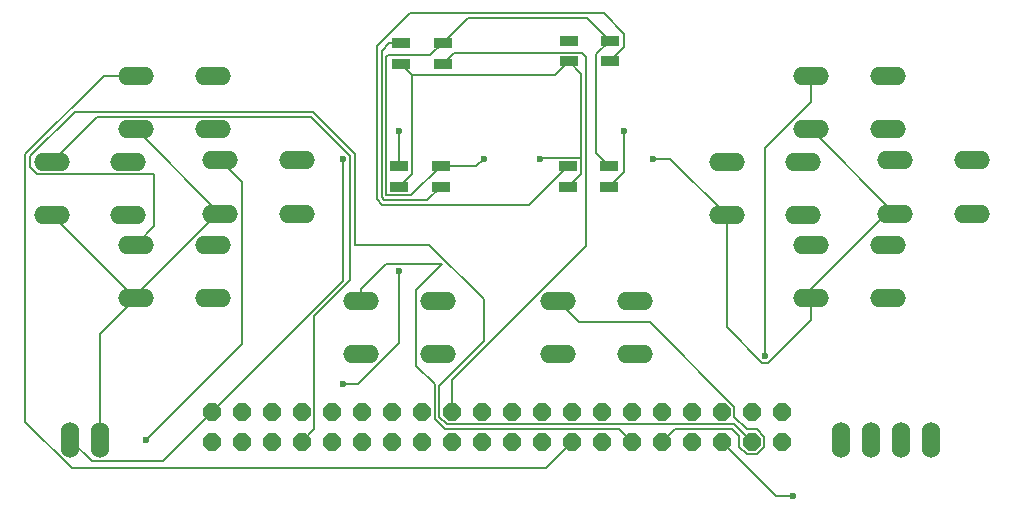
<source format=gbr>
%TF.GenerationSoftware,KiCad,Pcbnew,9.0.2*%
%TF.CreationDate,2025-06-23T15:15:27-04:00*%
%TF.ProjectId,GamePad,47616d65-5061-4642-9e6b-696361645f70,rev?*%
%TF.SameCoordinates,Original*%
%TF.FileFunction,Copper,L1,Top*%
%TF.FilePolarity,Positive*%
%FSLAX46Y46*%
G04 Gerber Fmt 4.6, Leading zero omitted, Abs format (unit mm)*
G04 Created by KiCad (PCBNEW 9.0.2) date 2025-06-23 15:15:27*
%MOMM*%
%LPD*%
G01*
G04 APERTURE LIST*
G04 Aperture macros list*
%AMOutline5P*
0 Free polygon, 5 corners , with rotation*
0 The origin of the aperture is its center*
0 number of corners: always 5*
0 $1 to $10 corner X, Y*
0 $11 Rotation angle, in degrees counterclockwise*
0 create outline with 5 corners*
4,1,5,$1,$2,$3,$4,$5,$6,$7,$8,$9,$10,$1,$2,$11*%
%AMOutline6P*
0 Free polygon, 6 corners , with rotation*
0 The origin of the aperture is its center*
0 number of corners: always 6*
0 $1 to $12 corner X, Y*
0 $13 Rotation angle, in degrees counterclockwise*
0 create outline with 6 corners*
4,1,6,$1,$2,$3,$4,$5,$6,$7,$8,$9,$10,$11,$12,$1,$2,$13*%
%AMOutline7P*
0 Free polygon, 7 corners , with rotation*
0 The origin of the aperture is its center*
0 number of corners: always 7*
0 $1 to $14 corner X, Y*
0 $15 Rotation angle, in degrees counterclockwise*
0 create outline with 7 corners*
4,1,7,$1,$2,$3,$4,$5,$6,$7,$8,$9,$10,$11,$12,$13,$14,$1,$2,$15*%
%AMOutline8P*
0 Free polygon, 8 corners , with rotation*
0 The origin of the aperture is its center*
0 number of corners: always 8*
0 $1 to $16 corner X, Y*
0 $17 Rotation angle, in degrees counterclockwise*
0 create outline with 8 corners*
4,1,8,$1,$2,$3,$4,$5,$6,$7,$8,$9,$10,$11,$12,$13,$14,$15,$16,$1,$2,$17*%
G04 Aperture macros list end*
%TA.AperFunction,ComponentPad*%
%ADD10O,3.048000X1.524000*%
%TD*%
%TA.AperFunction,ComponentPad*%
%ADD11Outline8P,-0.762000X0.315631X-0.315631X0.762000X0.315631X0.762000X0.762000X0.315631X0.762000X-0.315631X0.315631X-0.762000X-0.315631X-0.762000X-0.762000X-0.315631X0.000000*%
%TD*%
%TA.AperFunction,ComponentPad*%
%ADD12O,1.524000X3.048000*%
%TD*%
%TA.AperFunction,SMDPad,CuDef*%
%ADD13R,1.600000X0.850000*%
%TD*%
%TA.AperFunction,ViaPad*%
%ADD14C,0.600000*%
%TD*%
%TA.AperFunction,Conductor*%
%ADD15C,0.200000*%
%TD*%
G04 APERTURE END LIST*
D10*
%TO.P,Y0,1,S*%
%TO.N,Net-(Y0-S)*%
X72948800Y-166928800D03*
%TO.P,Y0,2,S1*%
%TO.N,unconnected-(Y0-S1-Pad2)*%
X79451200Y-166928800D03*
%TO.P,Y0,3,P*%
%TO.N,GND*%
X72948800Y-171450000D03*
%TO.P,Y0,4,P1*%
%TO.N,unconnected-(Y0-P1-Pad4)*%
X79451200Y-171450000D03*
%TD*%
%TO.P,X0,1,S*%
%TO.N,Net-(X0-S)*%
X80092550Y-159664400D03*
%TO.P,X0,2,S1*%
%TO.N,unconnected-(X0-S1-Pad2)*%
X86594950Y-159664400D03*
%TO.P,X0,3,P*%
%TO.N,GND*%
X80092550Y-164185600D03*
%TO.P,X0,4,P1*%
%TO.N,unconnected-(X0-P1-Pad4)*%
X86594950Y-164185600D03*
%TD*%
%TO.P,Up1,1,S*%
%TO.N,Net-(Up1-S)*%
X22942550Y-159664400D03*
%TO.P,Up1,2,S1*%
%TO.N,unconnected-(Up1-S1-Pad2)*%
X29444950Y-159664400D03*
%TO.P,Up1,3,P*%
%TO.N,GND*%
X22942550Y-164185600D03*
%TO.P,Up1,4,P1*%
%TO.N,unconnected-(Up1-P1-Pad4)*%
X29444950Y-164185600D03*
%TD*%
%TO.P,Start1,1,S*%
%TO.N,Net-(Start1-S)*%
X58661300Y-178714400D03*
%TO.P,Start1,2,S1*%
%TO.N,unconnected-(Start1-S1-Pad2)*%
X65163700Y-178714400D03*
%TO.P,Start1,3,P*%
%TO.N,GND*%
X58661300Y-183235600D03*
%TO.P,Start1,4,P1*%
%TO.N,unconnected-(Start1-P1-Pad4)*%
X65163700Y-183235600D03*
%TD*%
%TO.P,Select1,1,S*%
%TO.N,Net-(Select1-S)*%
X41992550Y-178714400D03*
%TO.P,Select1,2,S1*%
%TO.N,unconnected-(Select1-S1-Pad2)*%
X48494950Y-178714400D03*
%TO.P,Select1,3,P*%
%TO.N,GND*%
X41992550Y-183235600D03*
%TO.P,Select1,4,P1*%
%TO.N,unconnected-(Select1-P1-Pad4)*%
X48494950Y-183235600D03*
%TD*%
%TO.P,Right1,1,S*%
%TO.N,Net-(Right1-S)*%
X30086300Y-166808150D03*
%TO.P,Right1,2,S1*%
%TO.N,unconnected-(Right1-S1-Pad2)*%
X36588700Y-166808150D03*
%TO.P,Right1,3,P*%
%TO.N,GND*%
X30086300Y-171329350D03*
%TO.P,Right1,4,P1*%
%TO.N,unconnected-(Right1-P1-Pad4)*%
X36588700Y-171329350D03*
%TD*%
%TO.P,Left1,1,S*%
%TO.N,Net-(Left1-S)*%
X15798800Y-166928800D03*
%TO.P,Left1,2,S1*%
%TO.N,unconnected-(Left1-S1-Pad2)*%
X22301200Y-166928800D03*
%TO.P,Left1,3,P*%
%TO.N,GND*%
X15798800Y-171450000D03*
%TO.P,Left1,4,P1*%
%TO.N,unconnected-(Left1-P1-Pad4)*%
X22301200Y-171450000D03*
%TD*%
D11*
%TO.P,JP1,1,1*%
%TO.N,unconnected-(JP1-Pad1)*%
X29368750Y-190658750D03*
%TO.P,JP1,2,2*%
%TO.N,+5V*%
X29368750Y-188118750D03*
%TO.P,JP1,3,3*%
%TO.N,unconnected-(JP1-Pad3)*%
X31908750Y-190658750D03*
%TO.P,JP1,4,4*%
%TO.N,unconnected-(JP1-Pad4)*%
X31908750Y-188118750D03*
%TO.P,JP1,5,5*%
%TO.N,unconnected-(JP1-Pad5)*%
X34448750Y-190658750D03*
%TO.P,JP1,6,6*%
%TO.N,GND*%
X34448750Y-188118750D03*
%TO.P,JP1,7,7*%
%TO.N,Net-(Left1-S)*%
X36988750Y-190658750D03*
%TO.P,JP1,8,8*%
%TO.N,Net-(A0-S)*%
X36988750Y-188118750D03*
%TO.P,JP1,9,9*%
%TO.N,GND*%
X39528750Y-190658750D03*
%TO.P,JP1,10,10*%
%TO.N,Net-(B0-S)*%
X39528750Y-188118750D03*
%TO.P,JP1,11,11*%
%TO.N,unconnected-(JP1-Pad11)*%
X42068750Y-190658750D03*
%TO.P,JP1,12,12*%
%TO.N,Net-(Y0-S)*%
X42068750Y-188118750D03*
%TO.P,JP1,13,13*%
%TO.N,unconnected-(JP1-Pad13)*%
X44608750Y-190658750D03*
%TO.P,JP1,14,14*%
%TO.N,GND*%
X44608750Y-188118750D03*
%TO.P,JP1,15,15*%
%TO.N,unconnected-(JP1-Pad15)*%
X47148750Y-190658750D03*
%TO.P,JP1,16,16*%
%TO.N,unconnected-(JP1-Pad16)*%
X47148750Y-188118750D03*
%TO.P,JP1,17,17*%
%TO.N,unconnected-(JP1-Pad17)*%
X49688750Y-190658750D03*
%TO.P,JP1,18,18*%
%TO.N,Net-(D1-DIN)*%
X49688750Y-188118750D03*
%TO.P,JP1,19,19*%
%TO.N,unconnected-(JP1-Pad19)*%
X52228750Y-190658750D03*
%TO.P,JP1,20,20*%
%TO.N,GND*%
X52228750Y-188118750D03*
%TO.P,JP1,21,21*%
%TO.N,unconnected-(JP1-Pad21)*%
X54768750Y-190658750D03*
%TO.P,JP1,22,22*%
%TO.N,unconnected-(JP1-Pad22)*%
X54768750Y-188118750D03*
%TO.P,JP1,23,23*%
%TO.N,unconnected-(JP1-Pad23)*%
X57308750Y-190658750D03*
%TO.P,JP1,24,24*%
%TO.N,unconnected-(JP1-Pad24)*%
X57308750Y-188118750D03*
%TO.P,JP1,25,25*%
%TO.N,Net-(Up1-S)*%
X59848750Y-190658750D03*
%TO.P,JP1,26,26*%
%TO.N,unconnected-(JP1-Pad26)*%
X59848750Y-188118750D03*
%TO.P,JP1,27,27*%
%TO.N,unconnected-(JP1-Pad27)*%
X62388750Y-190658750D03*
%TO.P,JP1,28,28*%
%TO.N,unconnected-(JP1-Pad28)*%
X62388750Y-188118750D03*
%TO.P,JP1,29,29*%
%TO.N,Net-(Select1-S)*%
X64928750Y-190658750D03*
%TO.P,JP1,30,30*%
%TO.N,GND*%
X64928750Y-188118750D03*
%TO.P,JP1,31,31*%
%TO.N,Net-(Start1-S)*%
X67468750Y-190658750D03*
%TO.P,JP1,32,32*%
%TO.N,Net-(J1-Pin_1)*%
X67468750Y-188118750D03*
%TO.P,JP1,33,33*%
%TO.N,Net-(J1-Pin_2)*%
X70008750Y-190658750D03*
%TO.P,JP1,34,34*%
%TO.N,GND*%
X70008750Y-188118750D03*
%TO.P,JP1,35,35*%
%TO.N,Net-(Right1-S)*%
X72548750Y-190658750D03*
%TO.P,JP1,36,36*%
%TO.N,Net-(Up1-S)*%
X72548750Y-188118750D03*
%TO.P,JP1,37,37*%
%TO.N,Net-(Down1-S)*%
X75088750Y-190658750D03*
%TO.P,JP1,38,38*%
%TO.N,Net-(X0-S)*%
X75088750Y-188118750D03*
%TO.P,JP1,39,39*%
%TO.N,GND*%
X77628750Y-190658750D03*
%TO.P,JP1,40,40*%
%TO.N,unconnected-(JP1-Pad40)*%
X77628750Y-188118750D03*
%TD*%
D12*
%TO.P,J2,1,Pin_1*%
%TO.N,+5V*%
X17358394Y-190470574D03*
%TO.P,J2,2,Pin_2*%
%TO.N,GND*%
X19898394Y-190470574D03*
%TD*%
%TO.P,J1,1,Pin_1*%
%TO.N,Net-(J1-Pin_1)*%
X82638473Y-190470574D03*
%TO.P,J1,2,Pin_2*%
%TO.N,Net-(J1-Pin_2)*%
X85178473Y-190470574D03*
%TO.P,J1,3,Pin_3*%
%TO.N,GND*%
X87718473Y-190470574D03*
%TO.P,J1,4,Pin_4*%
X90258473Y-190470574D03*
%TD*%
D10*
%TO.P,Down1,1,S*%
%TO.N,Net-(Down1-S)*%
X22942550Y-173951900D03*
%TO.P,Down1,2,S1*%
%TO.N,unconnected-(Down1-S1-Pad2)*%
X29444950Y-173951900D03*
%TO.P,Down1,3,P*%
%TO.N,GND*%
X22942550Y-178473100D03*
%TO.P,Down1,4,P1*%
%TO.N,unconnected-(Down1-P1-Pad4)*%
X29444950Y-178473100D03*
%TD*%
D13*
%TO.P,D4,1,DOUT*%
%TO.N,unconnected-(D4-DOUT-Pad1)*%
X59560738Y-156700134D03*
%TO.P,D4,2,VSS*%
%TO.N,GND*%
X59560738Y-158450134D03*
%TO.P,D4,3,DIN*%
%TO.N,Net-(D3-DOUT)*%
X63060738Y-158450134D03*
%TO.P,D4,4,VDD*%
%TO.N,+5V*%
X63060738Y-156700134D03*
%TD*%
%TO.P,D3,1,DOUT*%
%TO.N,Net-(D3-DOUT)*%
X59531250Y-167318750D03*
%TO.P,D3,2,VSS*%
%TO.N,GND*%
X59531250Y-169068750D03*
%TO.P,D3,3,DIN*%
%TO.N,Net-(D2-DOUT)*%
X63031250Y-169068750D03*
%TO.P,D3,4,VDD*%
%TO.N,+5V*%
X63031250Y-167318750D03*
%TD*%
%TO.P,D2,1,DOUT*%
%TO.N,Net-(D2-DOUT)*%
X45243750Y-167318750D03*
%TO.P,D2,2,VSS*%
%TO.N,GND*%
X45243750Y-169068750D03*
%TO.P,D2,3,DIN*%
%TO.N,Net-(D1-DOUT)*%
X48743750Y-169068750D03*
%TO.P,D2,4,VDD*%
%TO.N,+5V*%
X48743750Y-167318750D03*
%TD*%
%TO.P,D1,1,DOUT*%
%TO.N,Net-(D1-DOUT)*%
X45397821Y-156913431D03*
%TO.P,D1,2,VSS*%
%TO.N,GND*%
X45397821Y-158663431D03*
%TO.P,D1,3,DIN*%
%TO.N,Net-(D1-DIN)*%
X48897821Y-158663431D03*
%TO.P,D1,4,VDD*%
%TO.N,+5V*%
X48897821Y-156913431D03*
%TD*%
D10*
%TO.P,B0,1,S*%
%TO.N,Net-(B0-S)*%
X80092550Y-173951900D03*
%TO.P,B0,2,S1*%
%TO.N,unconnected-(B0-S1-Pad2)*%
X86594950Y-173951900D03*
%TO.P,B0,3,P*%
%TO.N,GND*%
X80092550Y-178473100D03*
%TO.P,B0,4,P1*%
%TO.N,unconnected-(B0-P1-Pad4)*%
X86594950Y-178473100D03*
%TD*%
%TO.P,A0,1,S*%
%TO.N,Net-(A0-S)*%
X87236300Y-166808150D03*
%TO.P,A0,2,S1*%
%TO.N,unconnected-(A0-S1-Pad2)*%
X93738700Y-166808150D03*
%TO.P,A0,3,P*%
%TO.N,GND*%
X87236300Y-171329350D03*
%TO.P,A0,4,P1*%
%TO.N,unconnected-(A0-P1-Pad4)*%
X93738700Y-171329350D03*
%TD*%
D14*
%TO.N,Net-(Right1-S)*%
X78581250Y-195262500D03*
X23812500Y-190500000D03*
%TO.N,Net-(X0-S)*%
X76200000Y-183356250D03*
%TO.N,Net-(Y0-S)*%
X45243750Y-176212500D03*
X40481250Y-185737500D03*
%TO.N,+5V*%
X52387500Y-166687500D03*
X40481250Y-166687500D03*
%TO.N,GND*%
X66675000Y-166687500D03*
X57150000Y-166687500D03*
%TO.N,Net-(D2-DOUT)*%
X64293750Y-164306250D03*
X45243750Y-164306250D03*
%TD*%
D15*
%TO.N,Net-(Start1-S)*%
X58661300Y-178714400D02*
X60486300Y-180539400D01*
X74648440Y-189595750D02*
X75529060Y-189595750D01*
X76151750Y-191099060D02*
X75529060Y-191721750D01*
X68544750Y-189582750D02*
X67468750Y-190658750D01*
X60486300Y-180539400D02*
X66472710Y-180539400D01*
X66472710Y-180539400D02*
X73611750Y-187678440D01*
X74025750Y-190162850D02*
X73445650Y-189582750D01*
X73611750Y-187678440D02*
X73611750Y-188559060D01*
X73611750Y-188559060D02*
X74648440Y-189595750D01*
X75529060Y-189595750D02*
X76151750Y-190218440D01*
X76151750Y-190218440D02*
X76151750Y-191099060D01*
X75529060Y-191721750D02*
X74648440Y-191721750D01*
X74648440Y-191721750D02*
X74025750Y-191099060D01*
X74025750Y-191099060D02*
X74025750Y-190162850D01*
X73445650Y-189582750D02*
X68544750Y-189582750D01*
%TO.N,Net-(Select1-S)*%
X41992550Y-178714400D02*
X41992550Y-177752400D01*
X41992550Y-177752400D02*
X44133450Y-175611500D01*
X44133450Y-175611500D02*
X48838150Y-175611500D01*
X48838150Y-175611500D02*
X46669950Y-177779700D01*
X49082340Y-189582750D02*
X63852750Y-189582750D01*
X46669950Y-177779700D02*
X46669950Y-184196642D01*
X46669950Y-184196642D02*
X48224750Y-185751442D01*
X48224750Y-185751442D02*
X48224750Y-188725160D01*
X48224750Y-188725160D02*
X49082340Y-189582750D01*
X63852750Y-189582750D02*
X64928750Y-190658750D01*
%TO.N,Net-(Right1-S)*%
X30086300Y-166808150D02*
X31911300Y-168633150D01*
X31911300Y-168633150D02*
X31911300Y-182401200D01*
X31911300Y-182401200D02*
X23812500Y-190500000D01*
X78581250Y-195262500D02*
X77152500Y-195262500D01*
X77152500Y-195262500D02*
X72548750Y-190658750D01*
%TO.N,Net-(Up1-S)*%
X22942550Y-159664400D02*
X20230791Y-159664400D01*
X20230791Y-159664400D02*
X13572800Y-166322391D01*
X13572800Y-166322391D02*
X13572800Y-188950289D01*
X13572800Y-188950289D02*
X17503761Y-192881250D01*
X17503761Y-192881250D02*
X57626250Y-192881250D01*
X57626250Y-192881250D02*
X59848750Y-190658750D01*
%TO.N,GND*%
X80092550Y-178473100D02*
X80092550Y-180313643D01*
X80092550Y-180313643D02*
X76448943Y-183957250D01*
X76448943Y-183957250D02*
X75951057Y-183957250D01*
X75951057Y-183957250D02*
X72948800Y-180954993D01*
X72948800Y-180954993D02*
X72948800Y-171450000D01*
X87236300Y-171329350D02*
X86474300Y-171329350D01*
X86474300Y-171329350D02*
X80092550Y-177711100D01*
X80092550Y-177711100D02*
X80092550Y-178473100D01*
X80092550Y-164185600D02*
X87236300Y-171329350D01*
%TO.N,Net-(X0-S)*%
X76200000Y-183356250D02*
X76200000Y-165812841D01*
X76200000Y-165812841D02*
X80092550Y-161920291D01*
X80092550Y-161920291D02*
X80092550Y-159664400D01*
%TO.N,Net-(Y0-S)*%
X45243750Y-182249709D02*
X45243750Y-176212500D01*
X40481250Y-185737500D02*
X41755959Y-185737500D01*
X41755959Y-185737500D02*
X45243750Y-182249709D01*
%TO.N,Net-(Down1-S)*%
X22942550Y-173951900D02*
X24483441Y-172411009D01*
X13973800Y-166488491D02*
X17740691Y-162721600D01*
X17740691Y-162721600D02*
X37932393Y-162721600D01*
X47745650Y-173951900D02*
X52387500Y-178593750D01*
X24483441Y-172411009D02*
X24483441Y-167991800D01*
X24483441Y-167991800D02*
X14596491Y-167991800D01*
X37932393Y-162721600D02*
X41483250Y-166272457D01*
X73611750Y-189181750D02*
X75088750Y-190658750D01*
X14596491Y-167991800D02*
X13973800Y-167369109D01*
X13973800Y-167369109D02*
X13973800Y-166488491D01*
X41483250Y-166272457D02*
X41483250Y-173951900D01*
X41483250Y-173951900D02*
X47745650Y-173951900D01*
X52387500Y-178593750D02*
X52387500Y-182155792D01*
X52387500Y-182155792D02*
X48625750Y-185917542D01*
X48625750Y-185917542D02*
X48625750Y-188559060D01*
X48625750Y-188559060D02*
X49248440Y-189181750D01*
X49248440Y-189181750D02*
X73611750Y-189181750D01*
%TO.N,Net-(Left1-S)*%
X15798800Y-166928800D02*
X19605000Y-163122600D01*
X19605000Y-163122600D02*
X37766293Y-163122600D01*
X37766293Y-163122600D02*
X41082250Y-166438557D01*
X38051750Y-180002850D02*
X38051750Y-189595750D01*
X41082250Y-166438557D02*
X41082250Y-176972350D01*
X41082250Y-176972350D02*
X38051750Y-180002850D01*
X38051750Y-189595750D02*
X36988750Y-190658750D01*
%TO.N,+5V*%
X29368750Y-188118750D02*
X40481250Y-177006250D01*
X40481250Y-177006250D02*
X40481250Y-166687500D01*
X52387500Y-166687500D02*
X51756250Y-167318750D01*
X51756250Y-167318750D02*
X48743750Y-167318750D01*
X17358394Y-190470574D02*
X19183394Y-192295574D01*
X19183394Y-192295574D02*
X25191926Y-192295574D01*
X25191926Y-192295574D02*
X29368750Y-188118750D01*
%TO.N,GND*%
X30086300Y-171329350D02*
X22942550Y-164185600D01*
X22942550Y-178473100D02*
X22942550Y-178188991D01*
X22942550Y-178188991D02*
X29802191Y-171329350D01*
X29802191Y-171329350D02*
X30086300Y-171329350D01*
X22942550Y-178473100D02*
X22821900Y-178473100D01*
X22821900Y-178473100D02*
X15798800Y-171450000D01*
X19898394Y-190470574D02*
X19898394Y-181517256D01*
X19898394Y-181517256D02*
X22942550Y-178473100D01*
X68186300Y-166687500D02*
X66675000Y-166687500D01*
X60632250Y-159521646D02*
X60632250Y-166687500D01*
X72948800Y-171450000D02*
X68186300Y-166687500D01*
X57150000Y-166687500D02*
X57244750Y-166592750D01*
X57244750Y-166592750D02*
X60537500Y-166592750D01*
X60537500Y-166592750D02*
X60632250Y-166687500D01*
%TO.N,Net-(D3-DOUT)*%
X59531250Y-167318750D02*
X56253250Y-170596750D01*
X46104002Y-154380250D02*
X62567854Y-154380250D01*
X56253250Y-170596750D02*
X43810550Y-170596750D01*
X43810550Y-170596750D02*
X43340750Y-170126950D01*
X43340750Y-170126950D02*
X43340750Y-157143502D01*
X43340750Y-157143502D02*
X46104002Y-154380250D01*
X62567854Y-154380250D02*
X64293750Y-156106146D01*
X64293750Y-156106146D02*
X64293750Y-157217122D01*
X64293750Y-157217122D02*
X63060738Y-158450134D01*
%TO.N,Net-(D2-DOUT)*%
X64293750Y-164306250D02*
X64293750Y-167806250D01*
X64293750Y-167806250D02*
X63031250Y-169068750D01*
X45243750Y-167318750D02*
X45243750Y-164306250D01*
%TO.N,Net-(D1-DOUT)*%
X45397821Y-156913431D02*
X44397821Y-156913431D01*
X44397821Y-156913431D02*
X43741750Y-157569502D01*
X43741750Y-157569502D02*
X43741750Y-169960850D01*
X43741750Y-169960850D02*
X43976650Y-170195750D01*
X43976650Y-170195750D02*
X47616750Y-170195750D01*
X47616750Y-170195750D02*
X48743750Y-169068750D01*
%TO.N,Net-(D1-DIN)*%
X48897821Y-158663431D02*
X49837118Y-157724134D01*
X49837118Y-157724134D02*
X60661738Y-157724134D01*
X61033250Y-174077141D02*
X49688750Y-185421641D01*
X49688750Y-185421641D02*
X49688750Y-188118750D01*
X60661738Y-157724134D02*
X61033250Y-158095646D01*
X61033250Y-158095646D02*
X61033250Y-174077141D01*
%TO.N,+5V*%
X63060738Y-156700134D02*
X61912500Y-157848372D01*
X61912500Y-157848372D02*
X61912500Y-166200000D01*
X61912500Y-166200000D02*
X63031250Y-167318750D01*
X48897821Y-156913431D02*
X51030002Y-154781250D01*
X61141854Y-154781250D02*
X63060738Y-156700134D01*
X51030002Y-154781250D02*
X61141854Y-154781250D01*
X48743750Y-167318750D02*
X46267750Y-169794750D01*
X46267750Y-169794750D02*
X44142750Y-169794750D01*
X44142750Y-169794750D02*
X44142750Y-158091502D01*
X44142750Y-158091502D02*
X44296821Y-157937431D01*
X44296821Y-157937431D02*
X47873821Y-157937431D01*
X47873821Y-157937431D02*
X48897821Y-156913431D01*
%TO.N,GND*%
X59560738Y-158450134D02*
X60632250Y-159521646D01*
X60632250Y-166687500D02*
X60632250Y-167967750D01*
X60632250Y-167967750D02*
X59531250Y-169068750D01*
X45397821Y-158663431D02*
X46344750Y-159610360D01*
X46344750Y-159610360D02*
X58400512Y-159610360D01*
X58400512Y-159610360D02*
X59560738Y-158450134D01*
X45243750Y-169068750D02*
X46344750Y-167967750D01*
X46344750Y-167967750D02*
X46344750Y-159610360D01*
%TD*%
M02*

</source>
